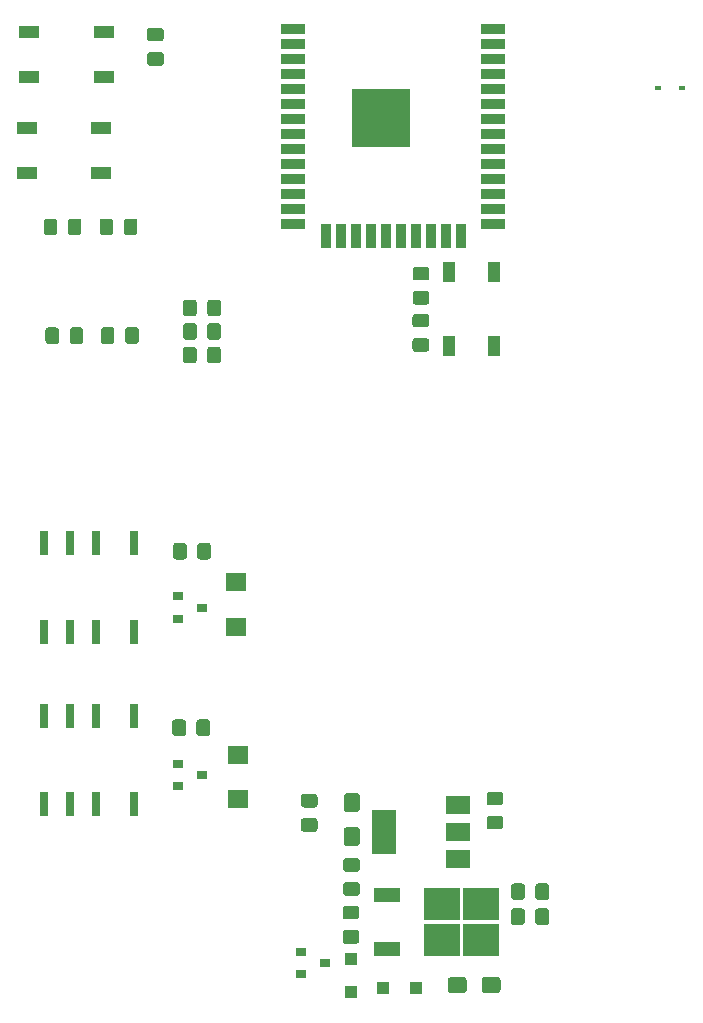
<source format=gbr>
G04 #@! TF.GenerationSoftware,KiCad,Pcbnew,(5.1.5)-3*
G04 #@! TF.CreationDate,2020-07-15T20:50:44-05:00*
G04 #@! TF.ProjectId,MaquinaCovid,4d617175-696e-4614-936f-7669642e6b69,rev?*
G04 #@! TF.SameCoordinates,Original*
G04 #@! TF.FileFunction,Paste,Top*
G04 #@! TF.FilePolarity,Positive*
%FSLAX46Y46*%
G04 Gerber Fmt 4.6, Leading zero omitted, Abs format (unit mm)*
G04 Created by KiCad (PCBNEW (5.1.5)-3) date 2020-07-15 20:50:44*
%MOMM*%
%LPD*%
G04 APERTURE LIST*
%ADD10C,0.100000*%
%ADD11R,0.800000X2.000000*%
%ADD12R,2.000000X0.900000*%
%ADD13R,0.900000X2.000000*%
%ADD14R,5.000000X5.000000*%
%ADD15R,2.000000X1.500000*%
%ADD16R,2.000000X3.800000*%
%ADD17R,3.050000X2.750000*%
%ADD18R,2.200000X1.200000*%
%ADD19R,1.700000X1.000000*%
%ADD20R,1.000000X1.700000*%
%ADD21R,0.900000X0.800000*%
%ADD22R,1.700000X1.600000*%
%ADD23R,1.100000X1.100000*%
%ADD24R,0.600000X0.450000*%
G04 APERTURE END LIST*
D10*
G36*
X141567505Y-60132204D02*
G01*
X141591773Y-60135804D01*
X141615572Y-60141765D01*
X141638671Y-60150030D01*
X141660850Y-60160520D01*
X141681893Y-60173132D01*
X141701599Y-60187747D01*
X141719777Y-60204223D01*
X141736253Y-60222401D01*
X141750868Y-60242107D01*
X141763480Y-60263150D01*
X141773970Y-60285329D01*
X141782235Y-60308428D01*
X141788196Y-60332227D01*
X141791796Y-60356495D01*
X141793000Y-60380999D01*
X141793000Y-61031001D01*
X141791796Y-61055505D01*
X141788196Y-61079773D01*
X141782235Y-61103572D01*
X141773970Y-61126671D01*
X141763480Y-61148850D01*
X141750868Y-61169893D01*
X141736253Y-61189599D01*
X141719777Y-61207777D01*
X141701599Y-61224253D01*
X141681893Y-61238868D01*
X141660850Y-61251480D01*
X141638671Y-61261970D01*
X141615572Y-61270235D01*
X141591773Y-61276196D01*
X141567505Y-61279796D01*
X141543001Y-61281000D01*
X140642999Y-61281000D01*
X140618495Y-61279796D01*
X140594227Y-61276196D01*
X140570428Y-61270235D01*
X140547329Y-61261970D01*
X140525150Y-61251480D01*
X140504107Y-61238868D01*
X140484401Y-61224253D01*
X140466223Y-61207777D01*
X140449747Y-61189599D01*
X140435132Y-61169893D01*
X140422520Y-61148850D01*
X140412030Y-61126671D01*
X140403765Y-61103572D01*
X140397804Y-61079773D01*
X140394204Y-61055505D01*
X140393000Y-61031001D01*
X140393000Y-60380999D01*
X140394204Y-60356495D01*
X140397804Y-60332227D01*
X140403765Y-60308428D01*
X140412030Y-60285329D01*
X140422520Y-60263150D01*
X140435132Y-60242107D01*
X140449747Y-60222401D01*
X140466223Y-60204223D01*
X140484401Y-60187747D01*
X140504107Y-60173132D01*
X140525150Y-60160520D01*
X140547329Y-60150030D01*
X140570428Y-60141765D01*
X140594227Y-60135804D01*
X140618495Y-60132204D01*
X140642999Y-60131000D01*
X141543001Y-60131000D01*
X141567505Y-60132204D01*
G37*
G36*
X141567505Y-62182204D02*
G01*
X141591773Y-62185804D01*
X141615572Y-62191765D01*
X141638671Y-62200030D01*
X141660850Y-62210520D01*
X141681893Y-62223132D01*
X141701599Y-62237747D01*
X141719777Y-62254223D01*
X141736253Y-62272401D01*
X141750868Y-62292107D01*
X141763480Y-62313150D01*
X141773970Y-62335329D01*
X141782235Y-62358428D01*
X141788196Y-62382227D01*
X141791796Y-62406495D01*
X141793000Y-62430999D01*
X141793000Y-63081001D01*
X141791796Y-63105505D01*
X141788196Y-63129773D01*
X141782235Y-63153572D01*
X141773970Y-63176671D01*
X141763480Y-63198850D01*
X141750868Y-63219893D01*
X141736253Y-63239599D01*
X141719777Y-63257777D01*
X141701599Y-63274253D01*
X141681893Y-63288868D01*
X141660850Y-63301480D01*
X141638671Y-63311970D01*
X141615572Y-63320235D01*
X141591773Y-63326196D01*
X141567505Y-63329796D01*
X141543001Y-63331000D01*
X140642999Y-63331000D01*
X140618495Y-63329796D01*
X140594227Y-63326196D01*
X140570428Y-63320235D01*
X140547329Y-63311970D01*
X140525150Y-63301480D01*
X140504107Y-63288868D01*
X140484401Y-63274253D01*
X140466223Y-63257777D01*
X140449747Y-63239599D01*
X140435132Y-63219893D01*
X140422520Y-63198850D01*
X140412030Y-63176671D01*
X140403765Y-63153572D01*
X140397804Y-63129773D01*
X140394204Y-63105505D01*
X140393000Y-63081001D01*
X140393000Y-62430999D01*
X140394204Y-62406495D01*
X140397804Y-62382227D01*
X140403765Y-62358428D01*
X140412030Y-62335329D01*
X140422520Y-62313150D01*
X140435132Y-62292107D01*
X140449747Y-62272401D01*
X140466223Y-62254223D01*
X140484401Y-62237747D01*
X140504107Y-62223132D01*
X140525150Y-62210520D01*
X140547329Y-62200030D01*
X140570428Y-62191765D01*
X140594227Y-62185804D01*
X140618495Y-62182204D01*
X140642999Y-62181000D01*
X141543001Y-62181000D01*
X141567505Y-62182204D01*
G37*
D11*
X109218000Y-87050000D03*
X111418000Y-87050000D03*
X113618000Y-87050000D03*
X116818000Y-87050000D03*
X109218000Y-79550000D03*
X111418000Y-79550000D03*
X113618000Y-79550000D03*
X116818000Y-79550000D03*
X109235000Y-101652000D03*
X111435000Y-101652000D03*
X113635000Y-101652000D03*
X116835000Y-101652000D03*
X109235000Y-94152000D03*
X111435000Y-94152000D03*
X113635000Y-94152000D03*
X116835000Y-94152000D03*
D12*
X147248000Y-36029000D03*
X147248000Y-37299000D03*
X147248000Y-38569000D03*
X147248000Y-39839000D03*
X147248000Y-41109000D03*
X147248000Y-42379000D03*
X147248000Y-43649000D03*
X147248000Y-44919000D03*
X147248000Y-46189000D03*
X147248000Y-47459000D03*
X147248000Y-48729000D03*
X147248000Y-49999000D03*
X147248000Y-51269000D03*
X147248000Y-52539000D03*
D13*
X144463000Y-53539000D03*
X143193000Y-53539000D03*
X141923000Y-53539000D03*
X140653000Y-53539000D03*
X139383000Y-53539000D03*
X138113000Y-53539000D03*
X136843000Y-53539000D03*
X135573000Y-53539000D03*
X134303000Y-53539000D03*
X133033000Y-53539000D03*
D12*
X130248000Y-52539000D03*
X130248000Y-51269000D03*
X130248000Y-49999000D03*
X130248000Y-48729000D03*
X130248000Y-47459000D03*
X130248000Y-46189000D03*
X130248000Y-44919000D03*
X130248000Y-43649000D03*
X130248000Y-42379000D03*
X130248000Y-41109000D03*
X130248000Y-39839000D03*
X130248000Y-38569000D03*
X130248000Y-37299000D03*
X130248000Y-36029000D03*
D14*
X137748000Y-43529000D03*
D15*
X144272000Y-106301000D03*
X144272000Y-101701000D03*
X144272000Y-104001000D03*
D16*
X137972000Y-104001000D03*
D17*
X142859000Y-113126000D03*
X146209000Y-110076000D03*
X142859000Y-110076000D03*
X146209000Y-113126000D03*
D18*
X138234000Y-113881000D03*
X138234000Y-109321000D03*
D19*
X107737000Y-44423000D03*
X114037000Y-44423000D03*
X107737000Y-48223000D03*
X114037000Y-48223000D03*
D20*
X147306000Y-56574000D03*
X147306000Y-62874000D03*
X143506000Y-56574000D03*
X143506000Y-62874000D03*
D19*
X114240000Y-40065000D03*
X107940000Y-40065000D03*
X114240000Y-36265000D03*
X107940000Y-36265000D03*
D10*
G36*
X123099505Y-79529204D02*
G01*
X123123773Y-79532804D01*
X123147572Y-79538765D01*
X123170671Y-79547030D01*
X123192850Y-79557520D01*
X123213893Y-79570132D01*
X123233599Y-79584747D01*
X123251777Y-79601223D01*
X123268253Y-79619401D01*
X123282868Y-79639107D01*
X123295480Y-79660150D01*
X123305970Y-79682329D01*
X123314235Y-79705428D01*
X123320196Y-79729227D01*
X123323796Y-79753495D01*
X123325000Y-79777999D01*
X123325000Y-80678001D01*
X123323796Y-80702505D01*
X123320196Y-80726773D01*
X123314235Y-80750572D01*
X123305970Y-80773671D01*
X123295480Y-80795850D01*
X123282868Y-80816893D01*
X123268253Y-80836599D01*
X123251777Y-80854777D01*
X123233599Y-80871253D01*
X123213893Y-80885868D01*
X123192850Y-80898480D01*
X123170671Y-80908970D01*
X123147572Y-80917235D01*
X123123773Y-80923196D01*
X123099505Y-80926796D01*
X123075001Y-80928000D01*
X122424999Y-80928000D01*
X122400495Y-80926796D01*
X122376227Y-80923196D01*
X122352428Y-80917235D01*
X122329329Y-80908970D01*
X122307150Y-80898480D01*
X122286107Y-80885868D01*
X122266401Y-80871253D01*
X122248223Y-80854777D01*
X122231747Y-80836599D01*
X122217132Y-80816893D01*
X122204520Y-80795850D01*
X122194030Y-80773671D01*
X122185765Y-80750572D01*
X122179804Y-80726773D01*
X122176204Y-80702505D01*
X122175000Y-80678001D01*
X122175000Y-79777999D01*
X122176204Y-79753495D01*
X122179804Y-79729227D01*
X122185765Y-79705428D01*
X122194030Y-79682329D01*
X122204520Y-79660150D01*
X122217132Y-79639107D01*
X122231747Y-79619401D01*
X122248223Y-79601223D01*
X122266401Y-79584747D01*
X122286107Y-79570132D01*
X122307150Y-79557520D01*
X122329329Y-79547030D01*
X122352428Y-79538765D01*
X122376227Y-79532804D01*
X122400495Y-79529204D01*
X122424999Y-79528000D01*
X123075001Y-79528000D01*
X123099505Y-79529204D01*
G37*
G36*
X121049505Y-79529204D02*
G01*
X121073773Y-79532804D01*
X121097572Y-79538765D01*
X121120671Y-79547030D01*
X121142850Y-79557520D01*
X121163893Y-79570132D01*
X121183599Y-79584747D01*
X121201777Y-79601223D01*
X121218253Y-79619401D01*
X121232868Y-79639107D01*
X121245480Y-79660150D01*
X121255970Y-79682329D01*
X121264235Y-79705428D01*
X121270196Y-79729227D01*
X121273796Y-79753495D01*
X121275000Y-79777999D01*
X121275000Y-80678001D01*
X121273796Y-80702505D01*
X121270196Y-80726773D01*
X121264235Y-80750572D01*
X121255970Y-80773671D01*
X121245480Y-80795850D01*
X121232868Y-80816893D01*
X121218253Y-80836599D01*
X121201777Y-80854777D01*
X121183599Y-80871253D01*
X121163893Y-80885868D01*
X121142850Y-80898480D01*
X121120671Y-80908970D01*
X121097572Y-80917235D01*
X121073773Y-80923196D01*
X121049505Y-80926796D01*
X121025001Y-80928000D01*
X120374999Y-80928000D01*
X120350495Y-80926796D01*
X120326227Y-80923196D01*
X120302428Y-80917235D01*
X120279329Y-80908970D01*
X120257150Y-80898480D01*
X120236107Y-80885868D01*
X120216401Y-80871253D01*
X120198223Y-80854777D01*
X120181747Y-80836599D01*
X120167132Y-80816893D01*
X120154520Y-80795850D01*
X120144030Y-80773671D01*
X120135765Y-80750572D01*
X120129804Y-80726773D01*
X120126204Y-80702505D01*
X120125000Y-80678001D01*
X120125000Y-79777999D01*
X120126204Y-79753495D01*
X120129804Y-79729227D01*
X120135765Y-79705428D01*
X120144030Y-79682329D01*
X120154520Y-79660150D01*
X120167132Y-79639107D01*
X120181747Y-79619401D01*
X120198223Y-79601223D01*
X120216401Y-79584747D01*
X120236107Y-79570132D01*
X120257150Y-79557520D01*
X120279329Y-79547030D01*
X120302428Y-79538765D01*
X120326227Y-79532804D01*
X120350495Y-79529204D01*
X120374999Y-79528000D01*
X121025001Y-79528000D01*
X121049505Y-79529204D01*
G37*
G36*
X123029505Y-94466204D02*
G01*
X123053773Y-94469804D01*
X123077572Y-94475765D01*
X123100671Y-94484030D01*
X123122850Y-94494520D01*
X123143893Y-94507132D01*
X123163599Y-94521747D01*
X123181777Y-94538223D01*
X123198253Y-94556401D01*
X123212868Y-94576107D01*
X123225480Y-94597150D01*
X123235970Y-94619329D01*
X123244235Y-94642428D01*
X123250196Y-94666227D01*
X123253796Y-94690495D01*
X123255000Y-94714999D01*
X123255000Y-95615001D01*
X123253796Y-95639505D01*
X123250196Y-95663773D01*
X123244235Y-95687572D01*
X123235970Y-95710671D01*
X123225480Y-95732850D01*
X123212868Y-95753893D01*
X123198253Y-95773599D01*
X123181777Y-95791777D01*
X123163599Y-95808253D01*
X123143893Y-95822868D01*
X123122850Y-95835480D01*
X123100671Y-95845970D01*
X123077572Y-95854235D01*
X123053773Y-95860196D01*
X123029505Y-95863796D01*
X123005001Y-95865000D01*
X122354999Y-95865000D01*
X122330495Y-95863796D01*
X122306227Y-95860196D01*
X122282428Y-95854235D01*
X122259329Y-95845970D01*
X122237150Y-95835480D01*
X122216107Y-95822868D01*
X122196401Y-95808253D01*
X122178223Y-95791777D01*
X122161747Y-95773599D01*
X122147132Y-95753893D01*
X122134520Y-95732850D01*
X122124030Y-95710671D01*
X122115765Y-95687572D01*
X122109804Y-95663773D01*
X122106204Y-95639505D01*
X122105000Y-95615001D01*
X122105000Y-94714999D01*
X122106204Y-94690495D01*
X122109804Y-94666227D01*
X122115765Y-94642428D01*
X122124030Y-94619329D01*
X122134520Y-94597150D01*
X122147132Y-94576107D01*
X122161747Y-94556401D01*
X122178223Y-94538223D01*
X122196401Y-94521747D01*
X122216107Y-94507132D01*
X122237150Y-94494520D01*
X122259329Y-94484030D01*
X122282428Y-94475765D01*
X122306227Y-94469804D01*
X122330495Y-94466204D01*
X122354999Y-94465000D01*
X123005001Y-94465000D01*
X123029505Y-94466204D01*
G37*
G36*
X120979505Y-94466204D02*
G01*
X121003773Y-94469804D01*
X121027572Y-94475765D01*
X121050671Y-94484030D01*
X121072850Y-94494520D01*
X121093893Y-94507132D01*
X121113599Y-94521747D01*
X121131777Y-94538223D01*
X121148253Y-94556401D01*
X121162868Y-94576107D01*
X121175480Y-94597150D01*
X121185970Y-94619329D01*
X121194235Y-94642428D01*
X121200196Y-94666227D01*
X121203796Y-94690495D01*
X121205000Y-94714999D01*
X121205000Y-95615001D01*
X121203796Y-95639505D01*
X121200196Y-95663773D01*
X121194235Y-95687572D01*
X121185970Y-95710671D01*
X121175480Y-95732850D01*
X121162868Y-95753893D01*
X121148253Y-95773599D01*
X121131777Y-95791777D01*
X121113599Y-95808253D01*
X121093893Y-95822868D01*
X121072850Y-95835480D01*
X121050671Y-95845970D01*
X121027572Y-95854235D01*
X121003773Y-95860196D01*
X120979505Y-95863796D01*
X120955001Y-95865000D01*
X120304999Y-95865000D01*
X120280495Y-95863796D01*
X120256227Y-95860196D01*
X120232428Y-95854235D01*
X120209329Y-95845970D01*
X120187150Y-95835480D01*
X120166107Y-95822868D01*
X120146401Y-95808253D01*
X120128223Y-95791777D01*
X120111747Y-95773599D01*
X120097132Y-95753893D01*
X120084520Y-95732850D01*
X120074030Y-95710671D01*
X120065765Y-95687572D01*
X120059804Y-95663773D01*
X120056204Y-95639505D01*
X120055000Y-95615001D01*
X120055000Y-94714999D01*
X120056204Y-94690495D01*
X120059804Y-94666227D01*
X120065765Y-94642428D01*
X120074030Y-94619329D01*
X120084520Y-94597150D01*
X120097132Y-94576107D01*
X120111747Y-94556401D01*
X120128223Y-94538223D01*
X120146401Y-94521747D01*
X120166107Y-94507132D01*
X120187150Y-94494520D01*
X120209329Y-94484030D01*
X120232428Y-94475765D01*
X120256227Y-94469804D01*
X120280495Y-94466204D01*
X120304999Y-94465000D01*
X120955001Y-94465000D01*
X120979505Y-94466204D01*
G37*
G36*
X114936505Y-61260204D02*
G01*
X114960773Y-61263804D01*
X114984572Y-61269765D01*
X115007671Y-61278030D01*
X115029850Y-61288520D01*
X115050893Y-61301132D01*
X115070599Y-61315747D01*
X115088777Y-61332223D01*
X115105253Y-61350401D01*
X115119868Y-61370107D01*
X115132480Y-61391150D01*
X115142970Y-61413329D01*
X115151235Y-61436428D01*
X115157196Y-61460227D01*
X115160796Y-61484495D01*
X115162000Y-61508999D01*
X115162000Y-62409001D01*
X115160796Y-62433505D01*
X115157196Y-62457773D01*
X115151235Y-62481572D01*
X115142970Y-62504671D01*
X115132480Y-62526850D01*
X115119868Y-62547893D01*
X115105253Y-62567599D01*
X115088777Y-62585777D01*
X115070599Y-62602253D01*
X115050893Y-62616868D01*
X115029850Y-62629480D01*
X115007671Y-62639970D01*
X114984572Y-62648235D01*
X114960773Y-62654196D01*
X114936505Y-62657796D01*
X114912001Y-62659000D01*
X114261999Y-62659000D01*
X114237495Y-62657796D01*
X114213227Y-62654196D01*
X114189428Y-62648235D01*
X114166329Y-62639970D01*
X114144150Y-62629480D01*
X114123107Y-62616868D01*
X114103401Y-62602253D01*
X114085223Y-62585777D01*
X114068747Y-62567599D01*
X114054132Y-62547893D01*
X114041520Y-62526850D01*
X114031030Y-62504671D01*
X114022765Y-62481572D01*
X114016804Y-62457773D01*
X114013204Y-62433505D01*
X114012000Y-62409001D01*
X114012000Y-61508999D01*
X114013204Y-61484495D01*
X114016804Y-61460227D01*
X114022765Y-61436428D01*
X114031030Y-61413329D01*
X114041520Y-61391150D01*
X114054132Y-61370107D01*
X114068747Y-61350401D01*
X114085223Y-61332223D01*
X114103401Y-61315747D01*
X114123107Y-61301132D01*
X114144150Y-61288520D01*
X114166329Y-61278030D01*
X114189428Y-61269765D01*
X114213227Y-61263804D01*
X114237495Y-61260204D01*
X114261999Y-61259000D01*
X114912001Y-61259000D01*
X114936505Y-61260204D01*
G37*
G36*
X116986505Y-61260204D02*
G01*
X117010773Y-61263804D01*
X117034572Y-61269765D01*
X117057671Y-61278030D01*
X117079850Y-61288520D01*
X117100893Y-61301132D01*
X117120599Y-61315747D01*
X117138777Y-61332223D01*
X117155253Y-61350401D01*
X117169868Y-61370107D01*
X117182480Y-61391150D01*
X117192970Y-61413329D01*
X117201235Y-61436428D01*
X117207196Y-61460227D01*
X117210796Y-61484495D01*
X117212000Y-61508999D01*
X117212000Y-62409001D01*
X117210796Y-62433505D01*
X117207196Y-62457773D01*
X117201235Y-62481572D01*
X117192970Y-62504671D01*
X117182480Y-62526850D01*
X117169868Y-62547893D01*
X117155253Y-62567599D01*
X117138777Y-62585777D01*
X117120599Y-62602253D01*
X117100893Y-62616868D01*
X117079850Y-62629480D01*
X117057671Y-62639970D01*
X117034572Y-62648235D01*
X117010773Y-62654196D01*
X116986505Y-62657796D01*
X116962001Y-62659000D01*
X116311999Y-62659000D01*
X116287495Y-62657796D01*
X116263227Y-62654196D01*
X116239428Y-62648235D01*
X116216329Y-62639970D01*
X116194150Y-62629480D01*
X116173107Y-62616868D01*
X116153401Y-62602253D01*
X116135223Y-62585777D01*
X116118747Y-62567599D01*
X116104132Y-62547893D01*
X116091520Y-62526850D01*
X116081030Y-62504671D01*
X116072765Y-62481572D01*
X116066804Y-62457773D01*
X116063204Y-62433505D01*
X116062000Y-62409001D01*
X116062000Y-61508999D01*
X116063204Y-61484495D01*
X116066804Y-61460227D01*
X116072765Y-61436428D01*
X116081030Y-61413329D01*
X116091520Y-61391150D01*
X116104132Y-61370107D01*
X116118747Y-61350401D01*
X116135223Y-61332223D01*
X116153401Y-61315747D01*
X116173107Y-61301132D01*
X116194150Y-61288520D01*
X116216329Y-61278030D01*
X116239428Y-61269765D01*
X116263227Y-61263804D01*
X116287495Y-61260204D01*
X116311999Y-61259000D01*
X116962001Y-61259000D01*
X116986505Y-61260204D01*
G37*
G36*
X114828505Y-52066204D02*
G01*
X114852773Y-52069804D01*
X114876572Y-52075765D01*
X114899671Y-52084030D01*
X114921850Y-52094520D01*
X114942893Y-52107132D01*
X114962599Y-52121747D01*
X114980777Y-52138223D01*
X114997253Y-52156401D01*
X115011868Y-52176107D01*
X115024480Y-52197150D01*
X115034970Y-52219329D01*
X115043235Y-52242428D01*
X115049196Y-52266227D01*
X115052796Y-52290495D01*
X115054000Y-52314999D01*
X115054000Y-53215001D01*
X115052796Y-53239505D01*
X115049196Y-53263773D01*
X115043235Y-53287572D01*
X115034970Y-53310671D01*
X115024480Y-53332850D01*
X115011868Y-53353893D01*
X114997253Y-53373599D01*
X114980777Y-53391777D01*
X114962599Y-53408253D01*
X114942893Y-53422868D01*
X114921850Y-53435480D01*
X114899671Y-53445970D01*
X114876572Y-53454235D01*
X114852773Y-53460196D01*
X114828505Y-53463796D01*
X114804001Y-53465000D01*
X114153999Y-53465000D01*
X114129495Y-53463796D01*
X114105227Y-53460196D01*
X114081428Y-53454235D01*
X114058329Y-53445970D01*
X114036150Y-53435480D01*
X114015107Y-53422868D01*
X113995401Y-53408253D01*
X113977223Y-53391777D01*
X113960747Y-53373599D01*
X113946132Y-53353893D01*
X113933520Y-53332850D01*
X113923030Y-53310671D01*
X113914765Y-53287572D01*
X113908804Y-53263773D01*
X113905204Y-53239505D01*
X113904000Y-53215001D01*
X113904000Y-52314999D01*
X113905204Y-52290495D01*
X113908804Y-52266227D01*
X113914765Y-52242428D01*
X113923030Y-52219329D01*
X113933520Y-52197150D01*
X113946132Y-52176107D01*
X113960747Y-52156401D01*
X113977223Y-52138223D01*
X113995401Y-52121747D01*
X114015107Y-52107132D01*
X114036150Y-52094520D01*
X114058329Y-52084030D01*
X114081428Y-52075765D01*
X114105227Y-52069804D01*
X114129495Y-52066204D01*
X114153999Y-52065000D01*
X114804001Y-52065000D01*
X114828505Y-52066204D01*
G37*
G36*
X116878505Y-52066204D02*
G01*
X116902773Y-52069804D01*
X116926572Y-52075765D01*
X116949671Y-52084030D01*
X116971850Y-52094520D01*
X116992893Y-52107132D01*
X117012599Y-52121747D01*
X117030777Y-52138223D01*
X117047253Y-52156401D01*
X117061868Y-52176107D01*
X117074480Y-52197150D01*
X117084970Y-52219329D01*
X117093235Y-52242428D01*
X117099196Y-52266227D01*
X117102796Y-52290495D01*
X117104000Y-52314999D01*
X117104000Y-53215001D01*
X117102796Y-53239505D01*
X117099196Y-53263773D01*
X117093235Y-53287572D01*
X117084970Y-53310671D01*
X117074480Y-53332850D01*
X117061868Y-53353893D01*
X117047253Y-53373599D01*
X117030777Y-53391777D01*
X117012599Y-53408253D01*
X116992893Y-53422868D01*
X116971850Y-53435480D01*
X116949671Y-53445970D01*
X116926572Y-53454235D01*
X116902773Y-53460196D01*
X116878505Y-53463796D01*
X116854001Y-53465000D01*
X116203999Y-53465000D01*
X116179495Y-53463796D01*
X116155227Y-53460196D01*
X116131428Y-53454235D01*
X116108329Y-53445970D01*
X116086150Y-53435480D01*
X116065107Y-53422868D01*
X116045401Y-53408253D01*
X116027223Y-53391777D01*
X116010747Y-53373599D01*
X115996132Y-53353893D01*
X115983520Y-53332850D01*
X115973030Y-53310671D01*
X115964765Y-53287572D01*
X115958804Y-53263773D01*
X115955204Y-53239505D01*
X115954000Y-53215001D01*
X115954000Y-52314999D01*
X115955204Y-52290495D01*
X115958804Y-52266227D01*
X115964765Y-52242428D01*
X115973030Y-52219329D01*
X115983520Y-52197150D01*
X115996132Y-52176107D01*
X116010747Y-52156401D01*
X116027223Y-52138223D01*
X116045401Y-52121747D01*
X116065107Y-52107132D01*
X116086150Y-52094520D01*
X116108329Y-52084030D01*
X116131428Y-52075765D01*
X116155227Y-52069804D01*
X116179495Y-52066204D01*
X116203999Y-52065000D01*
X116854001Y-52065000D01*
X116878505Y-52066204D01*
G37*
G36*
X112144505Y-52066204D02*
G01*
X112168773Y-52069804D01*
X112192572Y-52075765D01*
X112215671Y-52084030D01*
X112237850Y-52094520D01*
X112258893Y-52107132D01*
X112278599Y-52121747D01*
X112296777Y-52138223D01*
X112313253Y-52156401D01*
X112327868Y-52176107D01*
X112340480Y-52197150D01*
X112350970Y-52219329D01*
X112359235Y-52242428D01*
X112365196Y-52266227D01*
X112368796Y-52290495D01*
X112370000Y-52314999D01*
X112370000Y-53215001D01*
X112368796Y-53239505D01*
X112365196Y-53263773D01*
X112359235Y-53287572D01*
X112350970Y-53310671D01*
X112340480Y-53332850D01*
X112327868Y-53353893D01*
X112313253Y-53373599D01*
X112296777Y-53391777D01*
X112278599Y-53408253D01*
X112258893Y-53422868D01*
X112237850Y-53435480D01*
X112215671Y-53445970D01*
X112192572Y-53454235D01*
X112168773Y-53460196D01*
X112144505Y-53463796D01*
X112120001Y-53465000D01*
X111469999Y-53465000D01*
X111445495Y-53463796D01*
X111421227Y-53460196D01*
X111397428Y-53454235D01*
X111374329Y-53445970D01*
X111352150Y-53435480D01*
X111331107Y-53422868D01*
X111311401Y-53408253D01*
X111293223Y-53391777D01*
X111276747Y-53373599D01*
X111262132Y-53353893D01*
X111249520Y-53332850D01*
X111239030Y-53310671D01*
X111230765Y-53287572D01*
X111224804Y-53263773D01*
X111221204Y-53239505D01*
X111220000Y-53215001D01*
X111220000Y-52314999D01*
X111221204Y-52290495D01*
X111224804Y-52266227D01*
X111230765Y-52242428D01*
X111239030Y-52219329D01*
X111249520Y-52197150D01*
X111262132Y-52176107D01*
X111276747Y-52156401D01*
X111293223Y-52138223D01*
X111311401Y-52121747D01*
X111331107Y-52107132D01*
X111352150Y-52094520D01*
X111374329Y-52084030D01*
X111397428Y-52075765D01*
X111421227Y-52069804D01*
X111445495Y-52066204D01*
X111469999Y-52065000D01*
X112120001Y-52065000D01*
X112144505Y-52066204D01*
G37*
G36*
X110094505Y-52066204D02*
G01*
X110118773Y-52069804D01*
X110142572Y-52075765D01*
X110165671Y-52084030D01*
X110187850Y-52094520D01*
X110208893Y-52107132D01*
X110228599Y-52121747D01*
X110246777Y-52138223D01*
X110263253Y-52156401D01*
X110277868Y-52176107D01*
X110290480Y-52197150D01*
X110300970Y-52219329D01*
X110309235Y-52242428D01*
X110315196Y-52266227D01*
X110318796Y-52290495D01*
X110320000Y-52314999D01*
X110320000Y-53215001D01*
X110318796Y-53239505D01*
X110315196Y-53263773D01*
X110309235Y-53287572D01*
X110300970Y-53310671D01*
X110290480Y-53332850D01*
X110277868Y-53353893D01*
X110263253Y-53373599D01*
X110246777Y-53391777D01*
X110228599Y-53408253D01*
X110208893Y-53422868D01*
X110187850Y-53435480D01*
X110165671Y-53445970D01*
X110142572Y-53454235D01*
X110118773Y-53460196D01*
X110094505Y-53463796D01*
X110070001Y-53465000D01*
X109419999Y-53465000D01*
X109395495Y-53463796D01*
X109371227Y-53460196D01*
X109347428Y-53454235D01*
X109324329Y-53445970D01*
X109302150Y-53435480D01*
X109281107Y-53422868D01*
X109261401Y-53408253D01*
X109243223Y-53391777D01*
X109226747Y-53373599D01*
X109212132Y-53353893D01*
X109199520Y-53332850D01*
X109189030Y-53310671D01*
X109180765Y-53287572D01*
X109174804Y-53263773D01*
X109171204Y-53239505D01*
X109170000Y-53215001D01*
X109170000Y-52314999D01*
X109171204Y-52290495D01*
X109174804Y-52266227D01*
X109180765Y-52242428D01*
X109189030Y-52219329D01*
X109199520Y-52197150D01*
X109212132Y-52176107D01*
X109226747Y-52156401D01*
X109243223Y-52138223D01*
X109261401Y-52121747D01*
X109281107Y-52107132D01*
X109302150Y-52094520D01*
X109324329Y-52084030D01*
X109347428Y-52075765D01*
X109371227Y-52069804D01*
X109395495Y-52066204D01*
X109419999Y-52065000D01*
X110070001Y-52065000D01*
X110094505Y-52066204D01*
G37*
G36*
X112295505Y-61281204D02*
G01*
X112319773Y-61284804D01*
X112343572Y-61290765D01*
X112366671Y-61299030D01*
X112388850Y-61309520D01*
X112409893Y-61322132D01*
X112429599Y-61336747D01*
X112447777Y-61353223D01*
X112464253Y-61371401D01*
X112478868Y-61391107D01*
X112491480Y-61412150D01*
X112501970Y-61434329D01*
X112510235Y-61457428D01*
X112516196Y-61481227D01*
X112519796Y-61505495D01*
X112521000Y-61529999D01*
X112521000Y-62430001D01*
X112519796Y-62454505D01*
X112516196Y-62478773D01*
X112510235Y-62502572D01*
X112501970Y-62525671D01*
X112491480Y-62547850D01*
X112478868Y-62568893D01*
X112464253Y-62588599D01*
X112447777Y-62606777D01*
X112429599Y-62623253D01*
X112409893Y-62637868D01*
X112388850Y-62650480D01*
X112366671Y-62660970D01*
X112343572Y-62669235D01*
X112319773Y-62675196D01*
X112295505Y-62678796D01*
X112271001Y-62680000D01*
X111620999Y-62680000D01*
X111596495Y-62678796D01*
X111572227Y-62675196D01*
X111548428Y-62669235D01*
X111525329Y-62660970D01*
X111503150Y-62650480D01*
X111482107Y-62637868D01*
X111462401Y-62623253D01*
X111444223Y-62606777D01*
X111427747Y-62588599D01*
X111413132Y-62568893D01*
X111400520Y-62547850D01*
X111390030Y-62525671D01*
X111381765Y-62502572D01*
X111375804Y-62478773D01*
X111372204Y-62454505D01*
X111371000Y-62430001D01*
X111371000Y-61529999D01*
X111372204Y-61505495D01*
X111375804Y-61481227D01*
X111381765Y-61457428D01*
X111390030Y-61434329D01*
X111400520Y-61412150D01*
X111413132Y-61391107D01*
X111427747Y-61371401D01*
X111444223Y-61353223D01*
X111462401Y-61336747D01*
X111482107Y-61322132D01*
X111503150Y-61309520D01*
X111525329Y-61299030D01*
X111548428Y-61290765D01*
X111572227Y-61284804D01*
X111596495Y-61281204D01*
X111620999Y-61280000D01*
X112271001Y-61280000D01*
X112295505Y-61281204D01*
G37*
G36*
X110245505Y-61281204D02*
G01*
X110269773Y-61284804D01*
X110293572Y-61290765D01*
X110316671Y-61299030D01*
X110338850Y-61309520D01*
X110359893Y-61322132D01*
X110379599Y-61336747D01*
X110397777Y-61353223D01*
X110414253Y-61371401D01*
X110428868Y-61391107D01*
X110441480Y-61412150D01*
X110451970Y-61434329D01*
X110460235Y-61457428D01*
X110466196Y-61481227D01*
X110469796Y-61505495D01*
X110471000Y-61529999D01*
X110471000Y-62430001D01*
X110469796Y-62454505D01*
X110466196Y-62478773D01*
X110460235Y-62502572D01*
X110451970Y-62525671D01*
X110441480Y-62547850D01*
X110428868Y-62568893D01*
X110414253Y-62588599D01*
X110397777Y-62606777D01*
X110379599Y-62623253D01*
X110359893Y-62637868D01*
X110338850Y-62650480D01*
X110316671Y-62660970D01*
X110293572Y-62669235D01*
X110269773Y-62675196D01*
X110245505Y-62678796D01*
X110221001Y-62680000D01*
X109570999Y-62680000D01*
X109546495Y-62678796D01*
X109522227Y-62675196D01*
X109498428Y-62669235D01*
X109475329Y-62660970D01*
X109453150Y-62650480D01*
X109432107Y-62637868D01*
X109412401Y-62623253D01*
X109394223Y-62606777D01*
X109377747Y-62588599D01*
X109363132Y-62568893D01*
X109350520Y-62547850D01*
X109340030Y-62525671D01*
X109331765Y-62502572D01*
X109325804Y-62478773D01*
X109322204Y-62454505D01*
X109321000Y-62430001D01*
X109321000Y-61529999D01*
X109322204Y-61505495D01*
X109325804Y-61481227D01*
X109331765Y-61457428D01*
X109340030Y-61434329D01*
X109350520Y-61412150D01*
X109363132Y-61391107D01*
X109377747Y-61371401D01*
X109394223Y-61353223D01*
X109412401Y-61336747D01*
X109432107Y-61322132D01*
X109453150Y-61309520D01*
X109475329Y-61299030D01*
X109498428Y-61290765D01*
X109522227Y-61284804D01*
X109546495Y-61281204D01*
X109570999Y-61280000D01*
X110221001Y-61280000D01*
X110245505Y-61281204D01*
G37*
G36*
X151725505Y-108354204D02*
G01*
X151749773Y-108357804D01*
X151773572Y-108363765D01*
X151796671Y-108372030D01*
X151818850Y-108382520D01*
X151839893Y-108395132D01*
X151859599Y-108409747D01*
X151877777Y-108426223D01*
X151894253Y-108444401D01*
X151908868Y-108464107D01*
X151921480Y-108485150D01*
X151931970Y-108507329D01*
X151940235Y-108530428D01*
X151946196Y-108554227D01*
X151949796Y-108578495D01*
X151951000Y-108602999D01*
X151951000Y-109503001D01*
X151949796Y-109527505D01*
X151946196Y-109551773D01*
X151940235Y-109575572D01*
X151931970Y-109598671D01*
X151921480Y-109620850D01*
X151908868Y-109641893D01*
X151894253Y-109661599D01*
X151877777Y-109679777D01*
X151859599Y-109696253D01*
X151839893Y-109710868D01*
X151818850Y-109723480D01*
X151796671Y-109733970D01*
X151773572Y-109742235D01*
X151749773Y-109748196D01*
X151725505Y-109751796D01*
X151701001Y-109753000D01*
X151050999Y-109753000D01*
X151026495Y-109751796D01*
X151002227Y-109748196D01*
X150978428Y-109742235D01*
X150955329Y-109733970D01*
X150933150Y-109723480D01*
X150912107Y-109710868D01*
X150892401Y-109696253D01*
X150874223Y-109679777D01*
X150857747Y-109661599D01*
X150843132Y-109641893D01*
X150830520Y-109620850D01*
X150820030Y-109598671D01*
X150811765Y-109575572D01*
X150805804Y-109551773D01*
X150802204Y-109527505D01*
X150801000Y-109503001D01*
X150801000Y-108602999D01*
X150802204Y-108578495D01*
X150805804Y-108554227D01*
X150811765Y-108530428D01*
X150820030Y-108507329D01*
X150830520Y-108485150D01*
X150843132Y-108464107D01*
X150857747Y-108444401D01*
X150874223Y-108426223D01*
X150892401Y-108409747D01*
X150912107Y-108395132D01*
X150933150Y-108382520D01*
X150955329Y-108372030D01*
X150978428Y-108363765D01*
X151002227Y-108357804D01*
X151026495Y-108354204D01*
X151050999Y-108353000D01*
X151701001Y-108353000D01*
X151725505Y-108354204D01*
G37*
G36*
X149675505Y-108354204D02*
G01*
X149699773Y-108357804D01*
X149723572Y-108363765D01*
X149746671Y-108372030D01*
X149768850Y-108382520D01*
X149789893Y-108395132D01*
X149809599Y-108409747D01*
X149827777Y-108426223D01*
X149844253Y-108444401D01*
X149858868Y-108464107D01*
X149871480Y-108485150D01*
X149881970Y-108507329D01*
X149890235Y-108530428D01*
X149896196Y-108554227D01*
X149899796Y-108578495D01*
X149901000Y-108602999D01*
X149901000Y-109503001D01*
X149899796Y-109527505D01*
X149896196Y-109551773D01*
X149890235Y-109575572D01*
X149881970Y-109598671D01*
X149871480Y-109620850D01*
X149858868Y-109641893D01*
X149844253Y-109661599D01*
X149827777Y-109679777D01*
X149809599Y-109696253D01*
X149789893Y-109710868D01*
X149768850Y-109723480D01*
X149746671Y-109733970D01*
X149723572Y-109742235D01*
X149699773Y-109748196D01*
X149675505Y-109751796D01*
X149651001Y-109753000D01*
X149000999Y-109753000D01*
X148976495Y-109751796D01*
X148952227Y-109748196D01*
X148928428Y-109742235D01*
X148905329Y-109733970D01*
X148883150Y-109723480D01*
X148862107Y-109710868D01*
X148842401Y-109696253D01*
X148824223Y-109679777D01*
X148807747Y-109661599D01*
X148793132Y-109641893D01*
X148780520Y-109620850D01*
X148770030Y-109598671D01*
X148761765Y-109575572D01*
X148755804Y-109551773D01*
X148752204Y-109527505D01*
X148751000Y-109503001D01*
X148751000Y-108602999D01*
X148752204Y-108578495D01*
X148755804Y-108554227D01*
X148761765Y-108530428D01*
X148770030Y-108507329D01*
X148780520Y-108485150D01*
X148793132Y-108464107D01*
X148807747Y-108444401D01*
X148824223Y-108426223D01*
X148842401Y-108409747D01*
X148862107Y-108395132D01*
X148883150Y-108382520D01*
X148905329Y-108372030D01*
X148928428Y-108363765D01*
X148952227Y-108357804D01*
X148976495Y-108354204D01*
X149000999Y-108353000D01*
X149651001Y-108353000D01*
X149675505Y-108354204D01*
G37*
G36*
X151718505Y-110467204D02*
G01*
X151742773Y-110470804D01*
X151766572Y-110476765D01*
X151789671Y-110485030D01*
X151811850Y-110495520D01*
X151832893Y-110508132D01*
X151852599Y-110522747D01*
X151870777Y-110539223D01*
X151887253Y-110557401D01*
X151901868Y-110577107D01*
X151914480Y-110598150D01*
X151924970Y-110620329D01*
X151933235Y-110643428D01*
X151939196Y-110667227D01*
X151942796Y-110691495D01*
X151944000Y-110715999D01*
X151944000Y-111616001D01*
X151942796Y-111640505D01*
X151939196Y-111664773D01*
X151933235Y-111688572D01*
X151924970Y-111711671D01*
X151914480Y-111733850D01*
X151901868Y-111754893D01*
X151887253Y-111774599D01*
X151870777Y-111792777D01*
X151852599Y-111809253D01*
X151832893Y-111823868D01*
X151811850Y-111836480D01*
X151789671Y-111846970D01*
X151766572Y-111855235D01*
X151742773Y-111861196D01*
X151718505Y-111864796D01*
X151694001Y-111866000D01*
X151043999Y-111866000D01*
X151019495Y-111864796D01*
X150995227Y-111861196D01*
X150971428Y-111855235D01*
X150948329Y-111846970D01*
X150926150Y-111836480D01*
X150905107Y-111823868D01*
X150885401Y-111809253D01*
X150867223Y-111792777D01*
X150850747Y-111774599D01*
X150836132Y-111754893D01*
X150823520Y-111733850D01*
X150813030Y-111711671D01*
X150804765Y-111688572D01*
X150798804Y-111664773D01*
X150795204Y-111640505D01*
X150794000Y-111616001D01*
X150794000Y-110715999D01*
X150795204Y-110691495D01*
X150798804Y-110667227D01*
X150804765Y-110643428D01*
X150813030Y-110620329D01*
X150823520Y-110598150D01*
X150836132Y-110577107D01*
X150850747Y-110557401D01*
X150867223Y-110539223D01*
X150885401Y-110522747D01*
X150905107Y-110508132D01*
X150926150Y-110495520D01*
X150948329Y-110485030D01*
X150971428Y-110476765D01*
X150995227Y-110470804D01*
X151019495Y-110467204D01*
X151043999Y-110466000D01*
X151694001Y-110466000D01*
X151718505Y-110467204D01*
G37*
G36*
X149668505Y-110467204D02*
G01*
X149692773Y-110470804D01*
X149716572Y-110476765D01*
X149739671Y-110485030D01*
X149761850Y-110495520D01*
X149782893Y-110508132D01*
X149802599Y-110522747D01*
X149820777Y-110539223D01*
X149837253Y-110557401D01*
X149851868Y-110577107D01*
X149864480Y-110598150D01*
X149874970Y-110620329D01*
X149883235Y-110643428D01*
X149889196Y-110667227D01*
X149892796Y-110691495D01*
X149894000Y-110715999D01*
X149894000Y-111616001D01*
X149892796Y-111640505D01*
X149889196Y-111664773D01*
X149883235Y-111688572D01*
X149874970Y-111711671D01*
X149864480Y-111733850D01*
X149851868Y-111754893D01*
X149837253Y-111774599D01*
X149820777Y-111792777D01*
X149802599Y-111809253D01*
X149782893Y-111823868D01*
X149761850Y-111836480D01*
X149739671Y-111846970D01*
X149716572Y-111855235D01*
X149692773Y-111861196D01*
X149668505Y-111864796D01*
X149644001Y-111866000D01*
X148993999Y-111866000D01*
X148969495Y-111864796D01*
X148945227Y-111861196D01*
X148921428Y-111855235D01*
X148898329Y-111846970D01*
X148876150Y-111836480D01*
X148855107Y-111823868D01*
X148835401Y-111809253D01*
X148817223Y-111792777D01*
X148800747Y-111774599D01*
X148786132Y-111754893D01*
X148773520Y-111733850D01*
X148763030Y-111711671D01*
X148754765Y-111688572D01*
X148748804Y-111664773D01*
X148745204Y-111640505D01*
X148744000Y-111616001D01*
X148744000Y-110715999D01*
X148745204Y-110691495D01*
X148748804Y-110667227D01*
X148754765Y-110643428D01*
X148763030Y-110620329D01*
X148773520Y-110598150D01*
X148786132Y-110577107D01*
X148800747Y-110557401D01*
X148817223Y-110539223D01*
X148835401Y-110522747D01*
X148855107Y-110508132D01*
X148876150Y-110495520D01*
X148898329Y-110485030D01*
X148921428Y-110476765D01*
X148945227Y-110470804D01*
X148969495Y-110467204D01*
X148993999Y-110466000D01*
X149644001Y-110466000D01*
X149668505Y-110467204D01*
G37*
G36*
X141592505Y-58197204D02*
G01*
X141616773Y-58200804D01*
X141640572Y-58206765D01*
X141663671Y-58215030D01*
X141685850Y-58225520D01*
X141706893Y-58238132D01*
X141726599Y-58252747D01*
X141744777Y-58269223D01*
X141761253Y-58287401D01*
X141775868Y-58307107D01*
X141788480Y-58328150D01*
X141798970Y-58350329D01*
X141807235Y-58373428D01*
X141813196Y-58397227D01*
X141816796Y-58421495D01*
X141818000Y-58445999D01*
X141818000Y-59096001D01*
X141816796Y-59120505D01*
X141813196Y-59144773D01*
X141807235Y-59168572D01*
X141798970Y-59191671D01*
X141788480Y-59213850D01*
X141775868Y-59234893D01*
X141761253Y-59254599D01*
X141744777Y-59272777D01*
X141726599Y-59289253D01*
X141706893Y-59303868D01*
X141685850Y-59316480D01*
X141663671Y-59326970D01*
X141640572Y-59335235D01*
X141616773Y-59341196D01*
X141592505Y-59344796D01*
X141568001Y-59346000D01*
X140667999Y-59346000D01*
X140643495Y-59344796D01*
X140619227Y-59341196D01*
X140595428Y-59335235D01*
X140572329Y-59326970D01*
X140550150Y-59316480D01*
X140529107Y-59303868D01*
X140509401Y-59289253D01*
X140491223Y-59272777D01*
X140474747Y-59254599D01*
X140460132Y-59234893D01*
X140447520Y-59213850D01*
X140437030Y-59191671D01*
X140428765Y-59168572D01*
X140422804Y-59144773D01*
X140419204Y-59120505D01*
X140418000Y-59096001D01*
X140418000Y-58445999D01*
X140419204Y-58421495D01*
X140422804Y-58397227D01*
X140428765Y-58373428D01*
X140437030Y-58350329D01*
X140447520Y-58328150D01*
X140460132Y-58307107D01*
X140474747Y-58287401D01*
X140491223Y-58269223D01*
X140509401Y-58252747D01*
X140529107Y-58238132D01*
X140550150Y-58225520D01*
X140572329Y-58215030D01*
X140595428Y-58206765D01*
X140619227Y-58200804D01*
X140643495Y-58197204D01*
X140667999Y-58196000D01*
X141568001Y-58196000D01*
X141592505Y-58197204D01*
G37*
G36*
X141592505Y-56147204D02*
G01*
X141616773Y-56150804D01*
X141640572Y-56156765D01*
X141663671Y-56165030D01*
X141685850Y-56175520D01*
X141706893Y-56188132D01*
X141726599Y-56202747D01*
X141744777Y-56219223D01*
X141761253Y-56237401D01*
X141775868Y-56257107D01*
X141788480Y-56278150D01*
X141798970Y-56300329D01*
X141807235Y-56323428D01*
X141813196Y-56347227D01*
X141816796Y-56371495D01*
X141818000Y-56395999D01*
X141818000Y-57046001D01*
X141816796Y-57070505D01*
X141813196Y-57094773D01*
X141807235Y-57118572D01*
X141798970Y-57141671D01*
X141788480Y-57163850D01*
X141775868Y-57184893D01*
X141761253Y-57204599D01*
X141744777Y-57222777D01*
X141726599Y-57239253D01*
X141706893Y-57253868D01*
X141685850Y-57266480D01*
X141663671Y-57276970D01*
X141640572Y-57285235D01*
X141616773Y-57291196D01*
X141592505Y-57294796D01*
X141568001Y-57296000D01*
X140667999Y-57296000D01*
X140643495Y-57294796D01*
X140619227Y-57291196D01*
X140595428Y-57285235D01*
X140572329Y-57276970D01*
X140550150Y-57266480D01*
X140529107Y-57253868D01*
X140509401Y-57239253D01*
X140491223Y-57222777D01*
X140474747Y-57204599D01*
X140460132Y-57184893D01*
X140447520Y-57163850D01*
X140437030Y-57141671D01*
X140428765Y-57118572D01*
X140422804Y-57094773D01*
X140419204Y-57070505D01*
X140418000Y-57046001D01*
X140418000Y-56395999D01*
X140419204Y-56371495D01*
X140422804Y-56347227D01*
X140428765Y-56323428D01*
X140437030Y-56300329D01*
X140447520Y-56278150D01*
X140460132Y-56257107D01*
X140474747Y-56237401D01*
X140491223Y-56219223D01*
X140509401Y-56202747D01*
X140529107Y-56188132D01*
X140550150Y-56175520D01*
X140572329Y-56165030D01*
X140595428Y-56156765D01*
X140619227Y-56150804D01*
X140643495Y-56147204D01*
X140667999Y-56146000D01*
X141568001Y-56146000D01*
X141592505Y-56147204D01*
G37*
G36*
X119095505Y-35914204D02*
G01*
X119119773Y-35917804D01*
X119143572Y-35923765D01*
X119166671Y-35932030D01*
X119188850Y-35942520D01*
X119209893Y-35955132D01*
X119229599Y-35969747D01*
X119247777Y-35986223D01*
X119264253Y-36004401D01*
X119278868Y-36024107D01*
X119291480Y-36045150D01*
X119301970Y-36067329D01*
X119310235Y-36090428D01*
X119316196Y-36114227D01*
X119319796Y-36138495D01*
X119321000Y-36162999D01*
X119321000Y-36813001D01*
X119319796Y-36837505D01*
X119316196Y-36861773D01*
X119310235Y-36885572D01*
X119301970Y-36908671D01*
X119291480Y-36930850D01*
X119278868Y-36951893D01*
X119264253Y-36971599D01*
X119247777Y-36989777D01*
X119229599Y-37006253D01*
X119209893Y-37020868D01*
X119188850Y-37033480D01*
X119166671Y-37043970D01*
X119143572Y-37052235D01*
X119119773Y-37058196D01*
X119095505Y-37061796D01*
X119071001Y-37063000D01*
X118170999Y-37063000D01*
X118146495Y-37061796D01*
X118122227Y-37058196D01*
X118098428Y-37052235D01*
X118075329Y-37043970D01*
X118053150Y-37033480D01*
X118032107Y-37020868D01*
X118012401Y-37006253D01*
X117994223Y-36989777D01*
X117977747Y-36971599D01*
X117963132Y-36951893D01*
X117950520Y-36930850D01*
X117940030Y-36908671D01*
X117931765Y-36885572D01*
X117925804Y-36861773D01*
X117922204Y-36837505D01*
X117921000Y-36813001D01*
X117921000Y-36162999D01*
X117922204Y-36138495D01*
X117925804Y-36114227D01*
X117931765Y-36090428D01*
X117940030Y-36067329D01*
X117950520Y-36045150D01*
X117963132Y-36024107D01*
X117977747Y-36004401D01*
X117994223Y-35986223D01*
X118012401Y-35969747D01*
X118032107Y-35955132D01*
X118053150Y-35942520D01*
X118075329Y-35932030D01*
X118098428Y-35923765D01*
X118122227Y-35917804D01*
X118146495Y-35914204D01*
X118170999Y-35913000D01*
X119071001Y-35913000D01*
X119095505Y-35914204D01*
G37*
G36*
X119095505Y-37964204D02*
G01*
X119119773Y-37967804D01*
X119143572Y-37973765D01*
X119166671Y-37982030D01*
X119188850Y-37992520D01*
X119209893Y-38005132D01*
X119229599Y-38019747D01*
X119247777Y-38036223D01*
X119264253Y-38054401D01*
X119278868Y-38074107D01*
X119291480Y-38095150D01*
X119301970Y-38117329D01*
X119310235Y-38140428D01*
X119316196Y-38164227D01*
X119319796Y-38188495D01*
X119321000Y-38212999D01*
X119321000Y-38863001D01*
X119319796Y-38887505D01*
X119316196Y-38911773D01*
X119310235Y-38935572D01*
X119301970Y-38958671D01*
X119291480Y-38980850D01*
X119278868Y-39001893D01*
X119264253Y-39021599D01*
X119247777Y-39039777D01*
X119229599Y-39056253D01*
X119209893Y-39070868D01*
X119188850Y-39083480D01*
X119166671Y-39093970D01*
X119143572Y-39102235D01*
X119119773Y-39108196D01*
X119095505Y-39111796D01*
X119071001Y-39113000D01*
X118170999Y-39113000D01*
X118146495Y-39111796D01*
X118122227Y-39108196D01*
X118098428Y-39102235D01*
X118075329Y-39093970D01*
X118053150Y-39083480D01*
X118032107Y-39070868D01*
X118012401Y-39056253D01*
X117994223Y-39039777D01*
X117977747Y-39021599D01*
X117963132Y-39001893D01*
X117950520Y-38980850D01*
X117940030Y-38958671D01*
X117931765Y-38935572D01*
X117925804Y-38911773D01*
X117922204Y-38887505D01*
X117921000Y-38863001D01*
X117921000Y-38212999D01*
X117922204Y-38188495D01*
X117925804Y-38164227D01*
X117931765Y-38140428D01*
X117940030Y-38117329D01*
X117950520Y-38095150D01*
X117963132Y-38074107D01*
X117977747Y-38054401D01*
X117994223Y-38036223D01*
X118012401Y-38019747D01*
X118032107Y-38005132D01*
X118053150Y-37992520D01*
X118075329Y-37982030D01*
X118098428Y-37973765D01*
X118122227Y-37967804D01*
X118146495Y-37964204D01*
X118170999Y-37963000D01*
X119071001Y-37963000D01*
X119095505Y-37964204D01*
G37*
G36*
X121885505Y-62916204D02*
G01*
X121909773Y-62919804D01*
X121933572Y-62925765D01*
X121956671Y-62934030D01*
X121978850Y-62944520D01*
X121999893Y-62957132D01*
X122019599Y-62971747D01*
X122037777Y-62988223D01*
X122054253Y-63006401D01*
X122068868Y-63026107D01*
X122081480Y-63047150D01*
X122091970Y-63069329D01*
X122100235Y-63092428D01*
X122106196Y-63116227D01*
X122109796Y-63140495D01*
X122111000Y-63164999D01*
X122111000Y-64065001D01*
X122109796Y-64089505D01*
X122106196Y-64113773D01*
X122100235Y-64137572D01*
X122091970Y-64160671D01*
X122081480Y-64182850D01*
X122068868Y-64203893D01*
X122054253Y-64223599D01*
X122037777Y-64241777D01*
X122019599Y-64258253D01*
X121999893Y-64272868D01*
X121978850Y-64285480D01*
X121956671Y-64295970D01*
X121933572Y-64304235D01*
X121909773Y-64310196D01*
X121885505Y-64313796D01*
X121861001Y-64315000D01*
X121210999Y-64315000D01*
X121186495Y-64313796D01*
X121162227Y-64310196D01*
X121138428Y-64304235D01*
X121115329Y-64295970D01*
X121093150Y-64285480D01*
X121072107Y-64272868D01*
X121052401Y-64258253D01*
X121034223Y-64241777D01*
X121017747Y-64223599D01*
X121003132Y-64203893D01*
X120990520Y-64182850D01*
X120980030Y-64160671D01*
X120971765Y-64137572D01*
X120965804Y-64113773D01*
X120962204Y-64089505D01*
X120961000Y-64065001D01*
X120961000Y-63164999D01*
X120962204Y-63140495D01*
X120965804Y-63116227D01*
X120971765Y-63092428D01*
X120980030Y-63069329D01*
X120990520Y-63047150D01*
X121003132Y-63026107D01*
X121017747Y-63006401D01*
X121034223Y-62988223D01*
X121052401Y-62971747D01*
X121072107Y-62957132D01*
X121093150Y-62944520D01*
X121115329Y-62934030D01*
X121138428Y-62925765D01*
X121162227Y-62919804D01*
X121186495Y-62916204D01*
X121210999Y-62915000D01*
X121861001Y-62915000D01*
X121885505Y-62916204D01*
G37*
G36*
X123935505Y-62916204D02*
G01*
X123959773Y-62919804D01*
X123983572Y-62925765D01*
X124006671Y-62934030D01*
X124028850Y-62944520D01*
X124049893Y-62957132D01*
X124069599Y-62971747D01*
X124087777Y-62988223D01*
X124104253Y-63006401D01*
X124118868Y-63026107D01*
X124131480Y-63047150D01*
X124141970Y-63069329D01*
X124150235Y-63092428D01*
X124156196Y-63116227D01*
X124159796Y-63140495D01*
X124161000Y-63164999D01*
X124161000Y-64065001D01*
X124159796Y-64089505D01*
X124156196Y-64113773D01*
X124150235Y-64137572D01*
X124141970Y-64160671D01*
X124131480Y-64182850D01*
X124118868Y-64203893D01*
X124104253Y-64223599D01*
X124087777Y-64241777D01*
X124069599Y-64258253D01*
X124049893Y-64272868D01*
X124028850Y-64285480D01*
X124006671Y-64295970D01*
X123983572Y-64304235D01*
X123959773Y-64310196D01*
X123935505Y-64313796D01*
X123911001Y-64315000D01*
X123260999Y-64315000D01*
X123236495Y-64313796D01*
X123212227Y-64310196D01*
X123188428Y-64304235D01*
X123165329Y-64295970D01*
X123143150Y-64285480D01*
X123122107Y-64272868D01*
X123102401Y-64258253D01*
X123084223Y-64241777D01*
X123067747Y-64223599D01*
X123053132Y-64203893D01*
X123040520Y-64182850D01*
X123030030Y-64160671D01*
X123021765Y-64137572D01*
X123015804Y-64113773D01*
X123012204Y-64089505D01*
X123011000Y-64065001D01*
X123011000Y-63164999D01*
X123012204Y-63140495D01*
X123015804Y-63116227D01*
X123021765Y-63092428D01*
X123030030Y-63069329D01*
X123040520Y-63047150D01*
X123053132Y-63026107D01*
X123067747Y-63006401D01*
X123084223Y-62988223D01*
X123102401Y-62971747D01*
X123122107Y-62957132D01*
X123143150Y-62944520D01*
X123165329Y-62934030D01*
X123188428Y-62925765D01*
X123212227Y-62919804D01*
X123236495Y-62916204D01*
X123260999Y-62915000D01*
X123911001Y-62915000D01*
X123935505Y-62916204D01*
G37*
G36*
X121892505Y-60917204D02*
G01*
X121916773Y-60920804D01*
X121940572Y-60926765D01*
X121963671Y-60935030D01*
X121985850Y-60945520D01*
X122006893Y-60958132D01*
X122026599Y-60972747D01*
X122044777Y-60989223D01*
X122061253Y-61007401D01*
X122075868Y-61027107D01*
X122088480Y-61048150D01*
X122098970Y-61070329D01*
X122107235Y-61093428D01*
X122113196Y-61117227D01*
X122116796Y-61141495D01*
X122118000Y-61165999D01*
X122118000Y-62066001D01*
X122116796Y-62090505D01*
X122113196Y-62114773D01*
X122107235Y-62138572D01*
X122098970Y-62161671D01*
X122088480Y-62183850D01*
X122075868Y-62204893D01*
X122061253Y-62224599D01*
X122044777Y-62242777D01*
X122026599Y-62259253D01*
X122006893Y-62273868D01*
X121985850Y-62286480D01*
X121963671Y-62296970D01*
X121940572Y-62305235D01*
X121916773Y-62311196D01*
X121892505Y-62314796D01*
X121868001Y-62316000D01*
X121217999Y-62316000D01*
X121193495Y-62314796D01*
X121169227Y-62311196D01*
X121145428Y-62305235D01*
X121122329Y-62296970D01*
X121100150Y-62286480D01*
X121079107Y-62273868D01*
X121059401Y-62259253D01*
X121041223Y-62242777D01*
X121024747Y-62224599D01*
X121010132Y-62204893D01*
X120997520Y-62183850D01*
X120987030Y-62161671D01*
X120978765Y-62138572D01*
X120972804Y-62114773D01*
X120969204Y-62090505D01*
X120968000Y-62066001D01*
X120968000Y-61165999D01*
X120969204Y-61141495D01*
X120972804Y-61117227D01*
X120978765Y-61093428D01*
X120987030Y-61070329D01*
X120997520Y-61048150D01*
X121010132Y-61027107D01*
X121024747Y-61007401D01*
X121041223Y-60989223D01*
X121059401Y-60972747D01*
X121079107Y-60958132D01*
X121100150Y-60945520D01*
X121122329Y-60935030D01*
X121145428Y-60926765D01*
X121169227Y-60920804D01*
X121193495Y-60917204D01*
X121217999Y-60916000D01*
X121868001Y-60916000D01*
X121892505Y-60917204D01*
G37*
G36*
X123942505Y-60917204D02*
G01*
X123966773Y-60920804D01*
X123990572Y-60926765D01*
X124013671Y-60935030D01*
X124035850Y-60945520D01*
X124056893Y-60958132D01*
X124076599Y-60972747D01*
X124094777Y-60989223D01*
X124111253Y-61007401D01*
X124125868Y-61027107D01*
X124138480Y-61048150D01*
X124148970Y-61070329D01*
X124157235Y-61093428D01*
X124163196Y-61117227D01*
X124166796Y-61141495D01*
X124168000Y-61165999D01*
X124168000Y-62066001D01*
X124166796Y-62090505D01*
X124163196Y-62114773D01*
X124157235Y-62138572D01*
X124148970Y-62161671D01*
X124138480Y-62183850D01*
X124125868Y-62204893D01*
X124111253Y-62224599D01*
X124094777Y-62242777D01*
X124076599Y-62259253D01*
X124056893Y-62273868D01*
X124035850Y-62286480D01*
X124013671Y-62296970D01*
X123990572Y-62305235D01*
X123966773Y-62311196D01*
X123942505Y-62314796D01*
X123918001Y-62316000D01*
X123267999Y-62316000D01*
X123243495Y-62314796D01*
X123219227Y-62311196D01*
X123195428Y-62305235D01*
X123172329Y-62296970D01*
X123150150Y-62286480D01*
X123129107Y-62273868D01*
X123109401Y-62259253D01*
X123091223Y-62242777D01*
X123074747Y-62224599D01*
X123060132Y-62204893D01*
X123047520Y-62183850D01*
X123037030Y-62161671D01*
X123028765Y-62138572D01*
X123022804Y-62114773D01*
X123019204Y-62090505D01*
X123018000Y-62066001D01*
X123018000Y-61165999D01*
X123019204Y-61141495D01*
X123022804Y-61117227D01*
X123028765Y-61093428D01*
X123037030Y-61070329D01*
X123047520Y-61048150D01*
X123060132Y-61027107D01*
X123074747Y-61007401D01*
X123091223Y-60989223D01*
X123109401Y-60972747D01*
X123129107Y-60958132D01*
X123150150Y-60945520D01*
X123172329Y-60935030D01*
X123195428Y-60926765D01*
X123219227Y-60920804D01*
X123243495Y-60917204D01*
X123267999Y-60916000D01*
X123918001Y-60916000D01*
X123942505Y-60917204D01*
G37*
G36*
X121897505Y-58923204D02*
G01*
X121921773Y-58926804D01*
X121945572Y-58932765D01*
X121968671Y-58941030D01*
X121990850Y-58951520D01*
X122011893Y-58964132D01*
X122031599Y-58978747D01*
X122049777Y-58995223D01*
X122066253Y-59013401D01*
X122080868Y-59033107D01*
X122093480Y-59054150D01*
X122103970Y-59076329D01*
X122112235Y-59099428D01*
X122118196Y-59123227D01*
X122121796Y-59147495D01*
X122123000Y-59171999D01*
X122123000Y-60072001D01*
X122121796Y-60096505D01*
X122118196Y-60120773D01*
X122112235Y-60144572D01*
X122103970Y-60167671D01*
X122093480Y-60189850D01*
X122080868Y-60210893D01*
X122066253Y-60230599D01*
X122049777Y-60248777D01*
X122031599Y-60265253D01*
X122011893Y-60279868D01*
X121990850Y-60292480D01*
X121968671Y-60302970D01*
X121945572Y-60311235D01*
X121921773Y-60317196D01*
X121897505Y-60320796D01*
X121873001Y-60322000D01*
X121222999Y-60322000D01*
X121198495Y-60320796D01*
X121174227Y-60317196D01*
X121150428Y-60311235D01*
X121127329Y-60302970D01*
X121105150Y-60292480D01*
X121084107Y-60279868D01*
X121064401Y-60265253D01*
X121046223Y-60248777D01*
X121029747Y-60230599D01*
X121015132Y-60210893D01*
X121002520Y-60189850D01*
X120992030Y-60167671D01*
X120983765Y-60144572D01*
X120977804Y-60120773D01*
X120974204Y-60096505D01*
X120973000Y-60072001D01*
X120973000Y-59171999D01*
X120974204Y-59147495D01*
X120977804Y-59123227D01*
X120983765Y-59099428D01*
X120992030Y-59076329D01*
X121002520Y-59054150D01*
X121015132Y-59033107D01*
X121029747Y-59013401D01*
X121046223Y-58995223D01*
X121064401Y-58978747D01*
X121084107Y-58964132D01*
X121105150Y-58951520D01*
X121127329Y-58941030D01*
X121150428Y-58932765D01*
X121174227Y-58926804D01*
X121198495Y-58923204D01*
X121222999Y-58922000D01*
X121873001Y-58922000D01*
X121897505Y-58923204D01*
G37*
G36*
X123947505Y-58923204D02*
G01*
X123971773Y-58926804D01*
X123995572Y-58932765D01*
X124018671Y-58941030D01*
X124040850Y-58951520D01*
X124061893Y-58964132D01*
X124081599Y-58978747D01*
X124099777Y-58995223D01*
X124116253Y-59013401D01*
X124130868Y-59033107D01*
X124143480Y-59054150D01*
X124153970Y-59076329D01*
X124162235Y-59099428D01*
X124168196Y-59123227D01*
X124171796Y-59147495D01*
X124173000Y-59171999D01*
X124173000Y-60072001D01*
X124171796Y-60096505D01*
X124168196Y-60120773D01*
X124162235Y-60144572D01*
X124153970Y-60167671D01*
X124143480Y-60189850D01*
X124130868Y-60210893D01*
X124116253Y-60230599D01*
X124099777Y-60248777D01*
X124081599Y-60265253D01*
X124061893Y-60279868D01*
X124040850Y-60292480D01*
X124018671Y-60302970D01*
X123995572Y-60311235D01*
X123971773Y-60317196D01*
X123947505Y-60320796D01*
X123923001Y-60322000D01*
X123272999Y-60322000D01*
X123248495Y-60320796D01*
X123224227Y-60317196D01*
X123200428Y-60311235D01*
X123177329Y-60302970D01*
X123155150Y-60292480D01*
X123134107Y-60279868D01*
X123114401Y-60265253D01*
X123096223Y-60248777D01*
X123079747Y-60230599D01*
X123065132Y-60210893D01*
X123052520Y-60189850D01*
X123042030Y-60167671D01*
X123033765Y-60144572D01*
X123027804Y-60120773D01*
X123024204Y-60096505D01*
X123023000Y-60072001D01*
X123023000Y-59171999D01*
X123024204Y-59147495D01*
X123027804Y-59123227D01*
X123033765Y-59099428D01*
X123042030Y-59076329D01*
X123052520Y-59054150D01*
X123065132Y-59033107D01*
X123079747Y-59013401D01*
X123096223Y-58995223D01*
X123114401Y-58978747D01*
X123134107Y-58964132D01*
X123155150Y-58951520D01*
X123177329Y-58941030D01*
X123200428Y-58932765D01*
X123224227Y-58926804D01*
X123248495Y-58923204D01*
X123272999Y-58922000D01*
X123923001Y-58922000D01*
X123947505Y-58923204D01*
G37*
G36*
X132127505Y-100776204D02*
G01*
X132151773Y-100779804D01*
X132175572Y-100785765D01*
X132198671Y-100794030D01*
X132220850Y-100804520D01*
X132241893Y-100817132D01*
X132261599Y-100831747D01*
X132279777Y-100848223D01*
X132296253Y-100866401D01*
X132310868Y-100886107D01*
X132323480Y-100907150D01*
X132333970Y-100929329D01*
X132342235Y-100952428D01*
X132348196Y-100976227D01*
X132351796Y-101000495D01*
X132353000Y-101024999D01*
X132353000Y-101675001D01*
X132351796Y-101699505D01*
X132348196Y-101723773D01*
X132342235Y-101747572D01*
X132333970Y-101770671D01*
X132323480Y-101792850D01*
X132310868Y-101813893D01*
X132296253Y-101833599D01*
X132279777Y-101851777D01*
X132261599Y-101868253D01*
X132241893Y-101882868D01*
X132220850Y-101895480D01*
X132198671Y-101905970D01*
X132175572Y-101914235D01*
X132151773Y-101920196D01*
X132127505Y-101923796D01*
X132103001Y-101925000D01*
X131202999Y-101925000D01*
X131178495Y-101923796D01*
X131154227Y-101920196D01*
X131130428Y-101914235D01*
X131107329Y-101905970D01*
X131085150Y-101895480D01*
X131064107Y-101882868D01*
X131044401Y-101868253D01*
X131026223Y-101851777D01*
X131009747Y-101833599D01*
X130995132Y-101813893D01*
X130982520Y-101792850D01*
X130972030Y-101770671D01*
X130963765Y-101747572D01*
X130957804Y-101723773D01*
X130954204Y-101699505D01*
X130953000Y-101675001D01*
X130953000Y-101024999D01*
X130954204Y-101000495D01*
X130957804Y-100976227D01*
X130963765Y-100952428D01*
X130972030Y-100929329D01*
X130982520Y-100907150D01*
X130995132Y-100886107D01*
X131009747Y-100866401D01*
X131026223Y-100848223D01*
X131044401Y-100831747D01*
X131064107Y-100817132D01*
X131085150Y-100804520D01*
X131107329Y-100794030D01*
X131130428Y-100785765D01*
X131154227Y-100779804D01*
X131178495Y-100776204D01*
X131202999Y-100775000D01*
X132103001Y-100775000D01*
X132127505Y-100776204D01*
G37*
G36*
X132127505Y-102826204D02*
G01*
X132151773Y-102829804D01*
X132175572Y-102835765D01*
X132198671Y-102844030D01*
X132220850Y-102854520D01*
X132241893Y-102867132D01*
X132261599Y-102881747D01*
X132279777Y-102898223D01*
X132296253Y-102916401D01*
X132310868Y-102936107D01*
X132323480Y-102957150D01*
X132333970Y-102979329D01*
X132342235Y-103002428D01*
X132348196Y-103026227D01*
X132351796Y-103050495D01*
X132353000Y-103074999D01*
X132353000Y-103725001D01*
X132351796Y-103749505D01*
X132348196Y-103773773D01*
X132342235Y-103797572D01*
X132333970Y-103820671D01*
X132323480Y-103842850D01*
X132310868Y-103863893D01*
X132296253Y-103883599D01*
X132279777Y-103901777D01*
X132261599Y-103918253D01*
X132241893Y-103932868D01*
X132220850Y-103945480D01*
X132198671Y-103955970D01*
X132175572Y-103964235D01*
X132151773Y-103970196D01*
X132127505Y-103973796D01*
X132103001Y-103975000D01*
X131202999Y-103975000D01*
X131178495Y-103973796D01*
X131154227Y-103970196D01*
X131130428Y-103964235D01*
X131107329Y-103955970D01*
X131085150Y-103945480D01*
X131064107Y-103932868D01*
X131044401Y-103918253D01*
X131026223Y-103901777D01*
X131009747Y-103883599D01*
X130995132Y-103863893D01*
X130982520Y-103842850D01*
X130972030Y-103820671D01*
X130963765Y-103797572D01*
X130957804Y-103773773D01*
X130954204Y-103749505D01*
X130953000Y-103725001D01*
X130953000Y-103074999D01*
X130954204Y-103050495D01*
X130957804Y-103026227D01*
X130963765Y-103002428D01*
X130972030Y-102979329D01*
X130982520Y-102957150D01*
X130995132Y-102936107D01*
X131009747Y-102916401D01*
X131026223Y-102898223D01*
X131044401Y-102881747D01*
X131064107Y-102867132D01*
X131085150Y-102854520D01*
X131107329Y-102844030D01*
X131130428Y-102835765D01*
X131154227Y-102829804D01*
X131178495Y-102826204D01*
X131202999Y-102825000D01*
X132103001Y-102825000D01*
X132127505Y-102826204D01*
G37*
D21*
X122549000Y-85003000D03*
X120549000Y-85953000D03*
X120549000Y-84053000D03*
X122557000Y-99188000D03*
X120557000Y-100138000D03*
X120557000Y-98238000D03*
X132991000Y-115097000D03*
X130991000Y-116047000D03*
X130991000Y-114147000D03*
D22*
X125609000Y-101240000D03*
X125609000Y-97480000D03*
X125462000Y-86611000D03*
X125462000Y-82851000D03*
D23*
X135229000Y-114756000D03*
X135229000Y-117556000D03*
D24*
X161151000Y-40992000D03*
X163251000Y-40992000D03*
D23*
X140730000Y-117195000D03*
X137930000Y-117195000D03*
D10*
G36*
X135647505Y-112302204D02*
G01*
X135671773Y-112305804D01*
X135695572Y-112311765D01*
X135718671Y-112320030D01*
X135740850Y-112330520D01*
X135761893Y-112343132D01*
X135781599Y-112357747D01*
X135799777Y-112374223D01*
X135816253Y-112392401D01*
X135830868Y-112412107D01*
X135843480Y-112433150D01*
X135853970Y-112455329D01*
X135862235Y-112478428D01*
X135868196Y-112502227D01*
X135871796Y-112526495D01*
X135873000Y-112550999D01*
X135873000Y-113201001D01*
X135871796Y-113225505D01*
X135868196Y-113249773D01*
X135862235Y-113273572D01*
X135853970Y-113296671D01*
X135843480Y-113318850D01*
X135830868Y-113339893D01*
X135816253Y-113359599D01*
X135799777Y-113377777D01*
X135781599Y-113394253D01*
X135761893Y-113408868D01*
X135740850Y-113421480D01*
X135718671Y-113431970D01*
X135695572Y-113440235D01*
X135671773Y-113446196D01*
X135647505Y-113449796D01*
X135623001Y-113451000D01*
X134722999Y-113451000D01*
X134698495Y-113449796D01*
X134674227Y-113446196D01*
X134650428Y-113440235D01*
X134627329Y-113431970D01*
X134605150Y-113421480D01*
X134584107Y-113408868D01*
X134564401Y-113394253D01*
X134546223Y-113377777D01*
X134529747Y-113359599D01*
X134515132Y-113339893D01*
X134502520Y-113318850D01*
X134492030Y-113296671D01*
X134483765Y-113273572D01*
X134477804Y-113249773D01*
X134474204Y-113225505D01*
X134473000Y-113201001D01*
X134473000Y-112550999D01*
X134474204Y-112526495D01*
X134477804Y-112502227D01*
X134483765Y-112478428D01*
X134492030Y-112455329D01*
X134502520Y-112433150D01*
X134515132Y-112412107D01*
X134529747Y-112392401D01*
X134546223Y-112374223D01*
X134564401Y-112357747D01*
X134584107Y-112343132D01*
X134605150Y-112330520D01*
X134627329Y-112320030D01*
X134650428Y-112311765D01*
X134674227Y-112305804D01*
X134698495Y-112302204D01*
X134722999Y-112301000D01*
X135623001Y-112301000D01*
X135647505Y-112302204D01*
G37*
G36*
X135647505Y-110252204D02*
G01*
X135671773Y-110255804D01*
X135695572Y-110261765D01*
X135718671Y-110270030D01*
X135740850Y-110280520D01*
X135761893Y-110293132D01*
X135781599Y-110307747D01*
X135799777Y-110324223D01*
X135816253Y-110342401D01*
X135830868Y-110362107D01*
X135843480Y-110383150D01*
X135853970Y-110405329D01*
X135862235Y-110428428D01*
X135868196Y-110452227D01*
X135871796Y-110476495D01*
X135873000Y-110500999D01*
X135873000Y-111151001D01*
X135871796Y-111175505D01*
X135868196Y-111199773D01*
X135862235Y-111223572D01*
X135853970Y-111246671D01*
X135843480Y-111268850D01*
X135830868Y-111289893D01*
X135816253Y-111309599D01*
X135799777Y-111327777D01*
X135781599Y-111344253D01*
X135761893Y-111358868D01*
X135740850Y-111371480D01*
X135718671Y-111381970D01*
X135695572Y-111390235D01*
X135671773Y-111396196D01*
X135647505Y-111399796D01*
X135623001Y-111401000D01*
X134722999Y-111401000D01*
X134698495Y-111399796D01*
X134674227Y-111396196D01*
X134650428Y-111390235D01*
X134627329Y-111381970D01*
X134605150Y-111371480D01*
X134584107Y-111358868D01*
X134564401Y-111344253D01*
X134546223Y-111327777D01*
X134529747Y-111309599D01*
X134515132Y-111289893D01*
X134502520Y-111268850D01*
X134492030Y-111246671D01*
X134483765Y-111223572D01*
X134477804Y-111199773D01*
X134474204Y-111175505D01*
X134473000Y-111151001D01*
X134473000Y-110500999D01*
X134474204Y-110476495D01*
X134477804Y-110452227D01*
X134483765Y-110428428D01*
X134492030Y-110405329D01*
X134502520Y-110383150D01*
X134515132Y-110362107D01*
X134529747Y-110342401D01*
X134546223Y-110324223D01*
X134564401Y-110307747D01*
X134584107Y-110293132D01*
X134605150Y-110280520D01*
X134627329Y-110270030D01*
X134650428Y-110261765D01*
X134674227Y-110255804D01*
X134698495Y-110252204D01*
X134722999Y-110251000D01*
X135623001Y-110251000D01*
X135647505Y-110252204D01*
G37*
G36*
X135708505Y-103592204D02*
G01*
X135732773Y-103595804D01*
X135756572Y-103601765D01*
X135779671Y-103610030D01*
X135801850Y-103620520D01*
X135822893Y-103633132D01*
X135842599Y-103647747D01*
X135860777Y-103664223D01*
X135877253Y-103682401D01*
X135891868Y-103702107D01*
X135904480Y-103723150D01*
X135914970Y-103745329D01*
X135923235Y-103768428D01*
X135929196Y-103792227D01*
X135932796Y-103816495D01*
X135934000Y-103840999D01*
X135934000Y-104916001D01*
X135932796Y-104940505D01*
X135929196Y-104964773D01*
X135923235Y-104988572D01*
X135914970Y-105011671D01*
X135904480Y-105033850D01*
X135891868Y-105054893D01*
X135877253Y-105074599D01*
X135860777Y-105092777D01*
X135842599Y-105109253D01*
X135822893Y-105123868D01*
X135801850Y-105136480D01*
X135779671Y-105146970D01*
X135756572Y-105155235D01*
X135732773Y-105161196D01*
X135708505Y-105164796D01*
X135684001Y-105166000D01*
X134833999Y-105166000D01*
X134809495Y-105164796D01*
X134785227Y-105161196D01*
X134761428Y-105155235D01*
X134738329Y-105146970D01*
X134716150Y-105136480D01*
X134695107Y-105123868D01*
X134675401Y-105109253D01*
X134657223Y-105092777D01*
X134640747Y-105074599D01*
X134626132Y-105054893D01*
X134613520Y-105033850D01*
X134603030Y-105011671D01*
X134594765Y-104988572D01*
X134588804Y-104964773D01*
X134585204Y-104940505D01*
X134584000Y-104916001D01*
X134584000Y-103840999D01*
X134585204Y-103816495D01*
X134588804Y-103792227D01*
X134594765Y-103768428D01*
X134603030Y-103745329D01*
X134613520Y-103723150D01*
X134626132Y-103702107D01*
X134640747Y-103682401D01*
X134657223Y-103664223D01*
X134675401Y-103647747D01*
X134695107Y-103633132D01*
X134716150Y-103620520D01*
X134738329Y-103610030D01*
X134761428Y-103601765D01*
X134785227Y-103595804D01*
X134809495Y-103592204D01*
X134833999Y-103591000D01*
X135684001Y-103591000D01*
X135708505Y-103592204D01*
G37*
G36*
X135708505Y-100717204D02*
G01*
X135732773Y-100720804D01*
X135756572Y-100726765D01*
X135779671Y-100735030D01*
X135801850Y-100745520D01*
X135822893Y-100758132D01*
X135842599Y-100772747D01*
X135860777Y-100789223D01*
X135877253Y-100807401D01*
X135891868Y-100827107D01*
X135904480Y-100848150D01*
X135914970Y-100870329D01*
X135923235Y-100893428D01*
X135929196Y-100917227D01*
X135932796Y-100941495D01*
X135934000Y-100965999D01*
X135934000Y-102041001D01*
X135932796Y-102065505D01*
X135929196Y-102089773D01*
X135923235Y-102113572D01*
X135914970Y-102136671D01*
X135904480Y-102158850D01*
X135891868Y-102179893D01*
X135877253Y-102199599D01*
X135860777Y-102217777D01*
X135842599Y-102234253D01*
X135822893Y-102248868D01*
X135801850Y-102261480D01*
X135779671Y-102271970D01*
X135756572Y-102280235D01*
X135732773Y-102286196D01*
X135708505Y-102289796D01*
X135684001Y-102291000D01*
X134833999Y-102291000D01*
X134809495Y-102289796D01*
X134785227Y-102286196D01*
X134761428Y-102280235D01*
X134738329Y-102271970D01*
X134716150Y-102261480D01*
X134695107Y-102248868D01*
X134675401Y-102234253D01*
X134657223Y-102217777D01*
X134640747Y-102199599D01*
X134626132Y-102179893D01*
X134613520Y-102158850D01*
X134603030Y-102136671D01*
X134594765Y-102113572D01*
X134588804Y-102089773D01*
X134585204Y-102065505D01*
X134584000Y-102041001D01*
X134584000Y-100965999D01*
X134585204Y-100941495D01*
X134588804Y-100917227D01*
X134594765Y-100893428D01*
X134603030Y-100870329D01*
X134613520Y-100848150D01*
X134626132Y-100827107D01*
X134640747Y-100807401D01*
X134657223Y-100789223D01*
X134675401Y-100772747D01*
X134695107Y-100758132D01*
X134716150Y-100745520D01*
X134738329Y-100735030D01*
X134761428Y-100726765D01*
X134785227Y-100720804D01*
X134809495Y-100717204D01*
X134833999Y-100716000D01*
X135684001Y-100716000D01*
X135708505Y-100717204D01*
G37*
G36*
X135701505Y-106207204D02*
G01*
X135725773Y-106210804D01*
X135749572Y-106216765D01*
X135772671Y-106225030D01*
X135794850Y-106235520D01*
X135815893Y-106248132D01*
X135835599Y-106262747D01*
X135853777Y-106279223D01*
X135870253Y-106297401D01*
X135884868Y-106317107D01*
X135897480Y-106338150D01*
X135907970Y-106360329D01*
X135916235Y-106383428D01*
X135922196Y-106407227D01*
X135925796Y-106431495D01*
X135927000Y-106455999D01*
X135927000Y-107106001D01*
X135925796Y-107130505D01*
X135922196Y-107154773D01*
X135916235Y-107178572D01*
X135907970Y-107201671D01*
X135897480Y-107223850D01*
X135884868Y-107244893D01*
X135870253Y-107264599D01*
X135853777Y-107282777D01*
X135835599Y-107299253D01*
X135815893Y-107313868D01*
X135794850Y-107326480D01*
X135772671Y-107336970D01*
X135749572Y-107345235D01*
X135725773Y-107351196D01*
X135701505Y-107354796D01*
X135677001Y-107356000D01*
X134776999Y-107356000D01*
X134752495Y-107354796D01*
X134728227Y-107351196D01*
X134704428Y-107345235D01*
X134681329Y-107336970D01*
X134659150Y-107326480D01*
X134638107Y-107313868D01*
X134618401Y-107299253D01*
X134600223Y-107282777D01*
X134583747Y-107264599D01*
X134569132Y-107244893D01*
X134556520Y-107223850D01*
X134546030Y-107201671D01*
X134537765Y-107178572D01*
X134531804Y-107154773D01*
X134528204Y-107130505D01*
X134527000Y-107106001D01*
X134527000Y-106455999D01*
X134528204Y-106431495D01*
X134531804Y-106407227D01*
X134537765Y-106383428D01*
X134546030Y-106360329D01*
X134556520Y-106338150D01*
X134569132Y-106317107D01*
X134583747Y-106297401D01*
X134600223Y-106279223D01*
X134618401Y-106262747D01*
X134638107Y-106248132D01*
X134659150Y-106235520D01*
X134681329Y-106225030D01*
X134704428Y-106216765D01*
X134728227Y-106210804D01*
X134752495Y-106207204D01*
X134776999Y-106206000D01*
X135677001Y-106206000D01*
X135701505Y-106207204D01*
G37*
G36*
X135701505Y-108257204D02*
G01*
X135725773Y-108260804D01*
X135749572Y-108266765D01*
X135772671Y-108275030D01*
X135794850Y-108285520D01*
X135815893Y-108298132D01*
X135835599Y-108312747D01*
X135853777Y-108329223D01*
X135870253Y-108347401D01*
X135884868Y-108367107D01*
X135897480Y-108388150D01*
X135907970Y-108410329D01*
X135916235Y-108433428D01*
X135922196Y-108457227D01*
X135925796Y-108481495D01*
X135927000Y-108505999D01*
X135927000Y-109156001D01*
X135925796Y-109180505D01*
X135922196Y-109204773D01*
X135916235Y-109228572D01*
X135907970Y-109251671D01*
X135897480Y-109273850D01*
X135884868Y-109294893D01*
X135870253Y-109314599D01*
X135853777Y-109332777D01*
X135835599Y-109349253D01*
X135815893Y-109363868D01*
X135794850Y-109376480D01*
X135772671Y-109386970D01*
X135749572Y-109395235D01*
X135725773Y-109401196D01*
X135701505Y-109404796D01*
X135677001Y-109406000D01*
X134776999Y-109406000D01*
X134752495Y-109404796D01*
X134728227Y-109401196D01*
X134704428Y-109395235D01*
X134681329Y-109386970D01*
X134659150Y-109376480D01*
X134638107Y-109363868D01*
X134618401Y-109349253D01*
X134600223Y-109332777D01*
X134583747Y-109314599D01*
X134569132Y-109294893D01*
X134556520Y-109273850D01*
X134546030Y-109251671D01*
X134537765Y-109228572D01*
X134531804Y-109204773D01*
X134528204Y-109180505D01*
X134527000Y-109156001D01*
X134527000Y-108505999D01*
X134528204Y-108481495D01*
X134531804Y-108457227D01*
X134537765Y-108433428D01*
X134546030Y-108410329D01*
X134556520Y-108388150D01*
X134569132Y-108367107D01*
X134583747Y-108347401D01*
X134600223Y-108329223D01*
X134618401Y-108312747D01*
X134638107Y-108298132D01*
X134659150Y-108285520D01*
X134681329Y-108275030D01*
X134704428Y-108266765D01*
X134728227Y-108260804D01*
X134752495Y-108257204D01*
X134776999Y-108256000D01*
X135677001Y-108256000D01*
X135701505Y-108257204D01*
G37*
G36*
X147620005Y-116277204D02*
G01*
X147644273Y-116280804D01*
X147668072Y-116286765D01*
X147691171Y-116295030D01*
X147713350Y-116305520D01*
X147734393Y-116318132D01*
X147754099Y-116332747D01*
X147772277Y-116349223D01*
X147788753Y-116367401D01*
X147803368Y-116387107D01*
X147815980Y-116408150D01*
X147826470Y-116430329D01*
X147834735Y-116453428D01*
X147840696Y-116477227D01*
X147844296Y-116501495D01*
X147845500Y-116525999D01*
X147845500Y-117376001D01*
X147844296Y-117400505D01*
X147840696Y-117424773D01*
X147834735Y-117448572D01*
X147826470Y-117471671D01*
X147815980Y-117493850D01*
X147803368Y-117514893D01*
X147788753Y-117534599D01*
X147772277Y-117552777D01*
X147754099Y-117569253D01*
X147734393Y-117583868D01*
X147713350Y-117596480D01*
X147691171Y-117606970D01*
X147668072Y-117615235D01*
X147644273Y-117621196D01*
X147620005Y-117624796D01*
X147595501Y-117626000D01*
X146520499Y-117626000D01*
X146495995Y-117624796D01*
X146471727Y-117621196D01*
X146447928Y-117615235D01*
X146424829Y-117606970D01*
X146402650Y-117596480D01*
X146381607Y-117583868D01*
X146361901Y-117569253D01*
X146343723Y-117552777D01*
X146327247Y-117534599D01*
X146312632Y-117514893D01*
X146300020Y-117493850D01*
X146289530Y-117471671D01*
X146281265Y-117448572D01*
X146275304Y-117424773D01*
X146271704Y-117400505D01*
X146270500Y-117376001D01*
X146270500Y-116525999D01*
X146271704Y-116501495D01*
X146275304Y-116477227D01*
X146281265Y-116453428D01*
X146289530Y-116430329D01*
X146300020Y-116408150D01*
X146312632Y-116387107D01*
X146327247Y-116367401D01*
X146343723Y-116349223D01*
X146361901Y-116332747D01*
X146381607Y-116318132D01*
X146402650Y-116305520D01*
X146424829Y-116295030D01*
X146447928Y-116286765D01*
X146471727Y-116280804D01*
X146495995Y-116277204D01*
X146520499Y-116276000D01*
X147595501Y-116276000D01*
X147620005Y-116277204D01*
G37*
G36*
X144745005Y-116277204D02*
G01*
X144769273Y-116280804D01*
X144793072Y-116286765D01*
X144816171Y-116295030D01*
X144838350Y-116305520D01*
X144859393Y-116318132D01*
X144879099Y-116332747D01*
X144897277Y-116349223D01*
X144913753Y-116367401D01*
X144928368Y-116387107D01*
X144940980Y-116408150D01*
X144951470Y-116430329D01*
X144959735Y-116453428D01*
X144965696Y-116477227D01*
X144969296Y-116501495D01*
X144970500Y-116525999D01*
X144970500Y-117376001D01*
X144969296Y-117400505D01*
X144965696Y-117424773D01*
X144959735Y-117448572D01*
X144951470Y-117471671D01*
X144940980Y-117493850D01*
X144928368Y-117514893D01*
X144913753Y-117534599D01*
X144897277Y-117552777D01*
X144879099Y-117569253D01*
X144859393Y-117583868D01*
X144838350Y-117596480D01*
X144816171Y-117606970D01*
X144793072Y-117615235D01*
X144769273Y-117621196D01*
X144745005Y-117624796D01*
X144720501Y-117626000D01*
X143645499Y-117626000D01*
X143620995Y-117624796D01*
X143596727Y-117621196D01*
X143572928Y-117615235D01*
X143549829Y-117606970D01*
X143527650Y-117596480D01*
X143506607Y-117583868D01*
X143486901Y-117569253D01*
X143468723Y-117552777D01*
X143452247Y-117534599D01*
X143437632Y-117514893D01*
X143425020Y-117493850D01*
X143414530Y-117471671D01*
X143406265Y-117448572D01*
X143400304Y-117424773D01*
X143396704Y-117400505D01*
X143395500Y-117376001D01*
X143395500Y-116525999D01*
X143396704Y-116501495D01*
X143400304Y-116477227D01*
X143406265Y-116453428D01*
X143414530Y-116430329D01*
X143425020Y-116408150D01*
X143437632Y-116387107D01*
X143452247Y-116367401D01*
X143468723Y-116349223D01*
X143486901Y-116332747D01*
X143506607Y-116318132D01*
X143527650Y-116305520D01*
X143549829Y-116295030D01*
X143572928Y-116286765D01*
X143596727Y-116280804D01*
X143620995Y-116277204D01*
X143645499Y-116276000D01*
X144720501Y-116276000D01*
X144745005Y-116277204D01*
G37*
G36*
X147842505Y-100583204D02*
G01*
X147866773Y-100586804D01*
X147890572Y-100592765D01*
X147913671Y-100601030D01*
X147935850Y-100611520D01*
X147956893Y-100624132D01*
X147976599Y-100638747D01*
X147994777Y-100655223D01*
X148011253Y-100673401D01*
X148025868Y-100693107D01*
X148038480Y-100714150D01*
X148048970Y-100736329D01*
X148057235Y-100759428D01*
X148063196Y-100783227D01*
X148066796Y-100807495D01*
X148068000Y-100831999D01*
X148068000Y-101482001D01*
X148066796Y-101506505D01*
X148063196Y-101530773D01*
X148057235Y-101554572D01*
X148048970Y-101577671D01*
X148038480Y-101599850D01*
X148025868Y-101620893D01*
X148011253Y-101640599D01*
X147994777Y-101658777D01*
X147976599Y-101675253D01*
X147956893Y-101689868D01*
X147935850Y-101702480D01*
X147913671Y-101712970D01*
X147890572Y-101721235D01*
X147866773Y-101727196D01*
X147842505Y-101730796D01*
X147818001Y-101732000D01*
X146917999Y-101732000D01*
X146893495Y-101730796D01*
X146869227Y-101727196D01*
X146845428Y-101721235D01*
X146822329Y-101712970D01*
X146800150Y-101702480D01*
X146779107Y-101689868D01*
X146759401Y-101675253D01*
X146741223Y-101658777D01*
X146724747Y-101640599D01*
X146710132Y-101620893D01*
X146697520Y-101599850D01*
X146687030Y-101577671D01*
X146678765Y-101554572D01*
X146672804Y-101530773D01*
X146669204Y-101506505D01*
X146668000Y-101482001D01*
X146668000Y-100831999D01*
X146669204Y-100807495D01*
X146672804Y-100783227D01*
X146678765Y-100759428D01*
X146687030Y-100736329D01*
X146697520Y-100714150D01*
X146710132Y-100693107D01*
X146724747Y-100673401D01*
X146741223Y-100655223D01*
X146759401Y-100638747D01*
X146779107Y-100624132D01*
X146800150Y-100611520D01*
X146822329Y-100601030D01*
X146845428Y-100592765D01*
X146869227Y-100586804D01*
X146893495Y-100583204D01*
X146917999Y-100582000D01*
X147818001Y-100582000D01*
X147842505Y-100583204D01*
G37*
G36*
X147842505Y-102633204D02*
G01*
X147866773Y-102636804D01*
X147890572Y-102642765D01*
X147913671Y-102651030D01*
X147935850Y-102661520D01*
X147956893Y-102674132D01*
X147976599Y-102688747D01*
X147994777Y-102705223D01*
X148011253Y-102723401D01*
X148025868Y-102743107D01*
X148038480Y-102764150D01*
X148048970Y-102786329D01*
X148057235Y-102809428D01*
X148063196Y-102833227D01*
X148066796Y-102857495D01*
X148068000Y-102881999D01*
X148068000Y-103532001D01*
X148066796Y-103556505D01*
X148063196Y-103580773D01*
X148057235Y-103604572D01*
X148048970Y-103627671D01*
X148038480Y-103649850D01*
X148025868Y-103670893D01*
X148011253Y-103690599D01*
X147994777Y-103708777D01*
X147976599Y-103725253D01*
X147956893Y-103739868D01*
X147935850Y-103752480D01*
X147913671Y-103762970D01*
X147890572Y-103771235D01*
X147866773Y-103777196D01*
X147842505Y-103780796D01*
X147818001Y-103782000D01*
X146917999Y-103782000D01*
X146893495Y-103780796D01*
X146869227Y-103777196D01*
X146845428Y-103771235D01*
X146822329Y-103762970D01*
X146800150Y-103752480D01*
X146779107Y-103739868D01*
X146759401Y-103725253D01*
X146741223Y-103708777D01*
X146724747Y-103690599D01*
X146710132Y-103670893D01*
X146697520Y-103649850D01*
X146687030Y-103627671D01*
X146678765Y-103604572D01*
X146672804Y-103580773D01*
X146669204Y-103556505D01*
X146668000Y-103532001D01*
X146668000Y-102881999D01*
X146669204Y-102857495D01*
X146672804Y-102833227D01*
X146678765Y-102809428D01*
X146687030Y-102786329D01*
X146697520Y-102764150D01*
X146710132Y-102743107D01*
X146724747Y-102723401D01*
X146741223Y-102705223D01*
X146759401Y-102688747D01*
X146779107Y-102674132D01*
X146800150Y-102661520D01*
X146822329Y-102651030D01*
X146845428Y-102642765D01*
X146869227Y-102636804D01*
X146893495Y-102633204D01*
X146917999Y-102632000D01*
X147818001Y-102632000D01*
X147842505Y-102633204D01*
G37*
M02*

</source>
